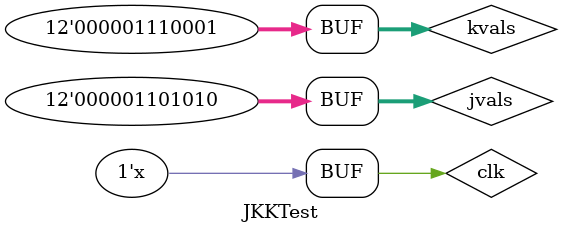
<source format=v>
`timescale 1ns / 1ps

module JKKTest( );
    reg j, k, clk;
    wire q;
    integer i;
    
    wire [11:0] jvals = 8'b0110_1010;
    wire [11:0] kvals = 8'b0111_0001;
    
    JKFF DUT(.j(j), .k(k), .clk(clk), .q(q));
    
    initial begin
        j = 0;
        k = 1;
        i = 0;
        clk = 1;
        #100;
    end
    
    always #10 clk = ~clk;
    
    always @(posedge clk) begin
    i = (i + 1) % 8;
    j = jvals[i];
    k = kvals[k];
    end
endmodule

</source>
